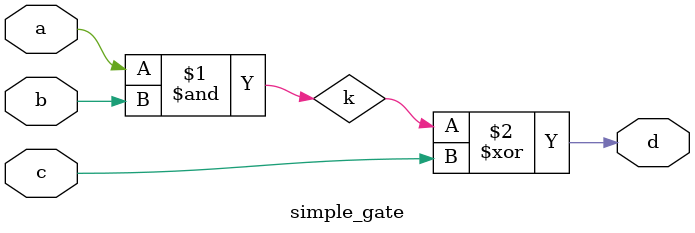
<source format=v>
`timescale 1ns / 1ps
module simple_gate(
    input       a,
    input       b,
    input       c,
    output      d
    );

    wire k;

    assign k = a&b; // and
    assign d = k^c;  // xor
    
endmodule
</source>
